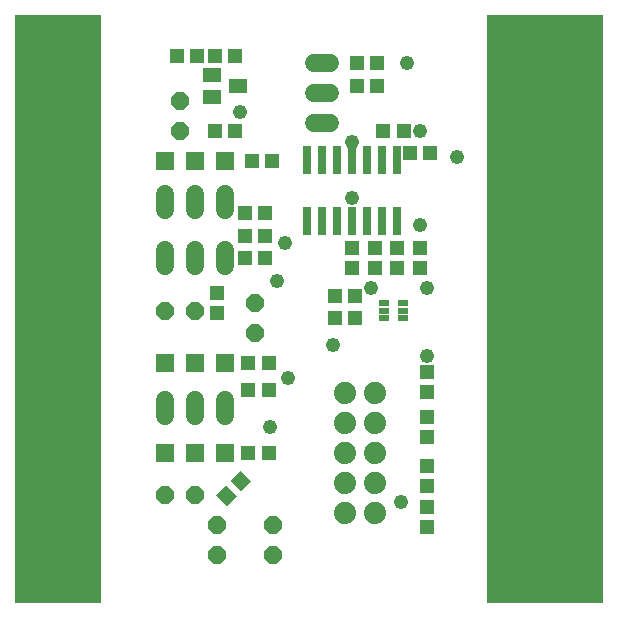
<source format=gts>
G75*
%MOIN*%
%OFA0B0*%
%FSLAX25Y25*%
%IPPOS*%
%LPD*%
%AMOC8*
5,1,8,0,0,1.08239X$1,22.5*
%
%ADD10R,0.28750X1.96250*%
%ADD11R,0.38750X1.96250*%
%ADD12R,0.03162X0.09461*%
%ADD13R,0.05131X0.04737*%
%ADD14OC8,0.06000*%
%ADD15R,0.04737X0.05131*%
%ADD16R,0.05950X0.05950*%
%ADD17C,0.06000*%
%ADD18C,0.07400*%
%ADD19R,0.03556X0.01981*%
%ADD20R,0.06312X0.04737*%
%ADD21C,0.04800*%
%ADD22C,0.05600*%
D10*
X0016175Y0099925D03*
D11*
X0178675Y0099925D03*
D12*
X0129300Y0129064D03*
X0124300Y0129064D03*
X0119300Y0129064D03*
X0114300Y0129064D03*
X0109300Y0129064D03*
X0104300Y0129064D03*
X0099300Y0129064D03*
X0099300Y0149536D03*
X0104300Y0149536D03*
X0109300Y0149536D03*
X0114300Y0149536D03*
X0119300Y0149536D03*
X0124300Y0149536D03*
X0129300Y0149536D03*
D13*
X0129300Y0120146D03*
X0129300Y0113454D03*
X0121800Y0113454D03*
X0121800Y0120146D03*
X0114300Y0120146D03*
X0114300Y0113454D03*
X0136800Y0113454D03*
X0136800Y0120146D03*
X0139300Y0078896D03*
X0139300Y0072204D03*
X0139300Y0033896D03*
X0139300Y0027204D03*
X0069300Y0098454D03*
X0069300Y0105146D03*
D14*
X0061800Y0099300D03*
X0051800Y0099300D03*
X0081800Y0101800D03*
X0081800Y0091800D03*
X0061800Y0038050D03*
X0051800Y0038050D03*
X0069300Y0028050D03*
X0069300Y0018050D03*
X0088050Y0018050D03*
X0088050Y0028050D03*
X0056800Y0159300D03*
X0056800Y0169300D03*
D15*
X0068454Y0159300D03*
X0075146Y0159300D03*
X0080954Y0149300D03*
X0087646Y0149300D03*
X0085146Y0131800D03*
X0078454Y0131800D03*
X0078454Y0124300D03*
X0085146Y0124300D03*
X0085146Y0116800D03*
X0078454Y0116800D03*
X0108454Y0104300D03*
X0115146Y0104300D03*
X0115146Y0096800D03*
X0108454Y0096800D03*
X0086396Y0081800D03*
X0079704Y0081800D03*
X0079704Y0073050D03*
X0086396Y0073050D03*
X0086396Y0051800D03*
X0079704Y0051800D03*
G36*
X0080520Y0042411D02*
X0077171Y0039062D01*
X0073544Y0042689D01*
X0076893Y0046038D01*
X0080520Y0042411D01*
G37*
G36*
X0075788Y0037679D02*
X0072439Y0034330D01*
X0068812Y0037957D01*
X0072161Y0041306D01*
X0075788Y0037679D01*
G37*
X0139300Y0040954D03*
X0139300Y0047646D03*
X0139300Y0057204D03*
X0139300Y0063896D03*
X0140146Y0151800D03*
X0133454Y0151800D03*
X0131396Y0159300D03*
X0124704Y0159300D03*
X0122646Y0174300D03*
X0115954Y0174300D03*
X0115954Y0181800D03*
X0122646Y0181800D03*
X0075146Y0184300D03*
X0068454Y0184300D03*
X0062646Y0184300D03*
X0055954Y0184300D03*
D16*
X0051800Y0149300D03*
X0061800Y0149300D03*
X0071800Y0149300D03*
X0071800Y0081800D03*
X0061800Y0081800D03*
X0051800Y0081800D03*
X0051800Y0051800D03*
X0061800Y0051800D03*
X0071800Y0051800D03*
D17*
X0071800Y0064200D02*
X0071800Y0069400D01*
X0061800Y0069400D02*
X0061800Y0064200D01*
X0051800Y0064200D02*
X0051800Y0069400D01*
X0051800Y0114200D02*
X0051800Y0119400D01*
X0061800Y0119400D02*
X0061800Y0114200D01*
X0071800Y0114200D02*
X0071800Y0119400D01*
X0071800Y0132950D02*
X0071800Y0138150D01*
X0061800Y0138150D02*
X0061800Y0132950D01*
X0051800Y0132950D02*
X0051800Y0138150D01*
X0101700Y0161800D02*
X0106900Y0161800D01*
X0106900Y0171800D02*
X0101700Y0171800D01*
X0101700Y0181800D02*
X0106900Y0181800D01*
D18*
X0111800Y0071800D03*
X0111800Y0061800D03*
X0111800Y0051800D03*
X0111800Y0041800D03*
X0111800Y0031800D03*
X0121800Y0031800D03*
X0121800Y0041800D03*
X0121800Y0051800D03*
X0121800Y0061800D03*
X0121800Y0071800D03*
D19*
X0124900Y0096741D03*
X0124900Y0099300D03*
X0124900Y0101859D03*
X0131200Y0101859D03*
X0131200Y0099300D03*
X0131200Y0096741D03*
D20*
X0067469Y0170560D03*
X0067469Y0178040D03*
X0076131Y0174300D03*
D21*
X0076800Y0165550D03*
X0114300Y0155550D03*
X0114300Y0136800D03*
X0136800Y0128050D03*
X0139300Y0106800D03*
X0120550Y0106800D03*
X0108050Y0088050D03*
X0093050Y0076800D03*
X0086800Y0060550D03*
X0130550Y0035550D03*
X0139300Y0084300D03*
X0091800Y0121800D03*
X0089300Y0109300D03*
X0136800Y0159300D03*
X0149300Y0150550D03*
X0132646Y0181800D03*
D22*
X0006800Y0011800D03*
X0016800Y0021800D03*
X0006800Y0031800D03*
X0016800Y0041800D03*
X0006800Y0051800D03*
X0016800Y0061800D03*
X0006800Y0071800D03*
X0016800Y0081800D03*
X0006800Y0091800D03*
X0016800Y0101800D03*
X0006800Y0111800D03*
X0016800Y0121800D03*
X0006800Y0131800D03*
X0016800Y0141800D03*
X0006800Y0151800D03*
X0016800Y0161800D03*
X0006800Y0171800D03*
X0016800Y0181800D03*
X0006800Y0191800D03*
X0026800Y0191800D03*
X0026800Y0171800D03*
X0026800Y0151800D03*
X0026800Y0131800D03*
X0026800Y0111800D03*
X0026800Y0091800D03*
X0026800Y0071800D03*
X0026800Y0051800D03*
X0026800Y0031800D03*
X0026800Y0011800D03*
X0161800Y0011800D03*
X0171800Y0021800D03*
X0161800Y0031800D03*
X0171800Y0041800D03*
X0161800Y0051800D03*
X0171800Y0061800D03*
X0161800Y0071800D03*
X0171800Y0081800D03*
X0161800Y0091800D03*
X0171800Y0101800D03*
X0161800Y0111800D03*
X0171800Y0121800D03*
X0161800Y0131800D03*
X0171800Y0141800D03*
X0161800Y0151800D03*
X0171800Y0161800D03*
X0161800Y0171800D03*
X0171800Y0181800D03*
X0161800Y0191800D03*
X0181800Y0191800D03*
X0191800Y0181800D03*
X0181800Y0171800D03*
X0191800Y0161800D03*
X0181800Y0151800D03*
X0191800Y0141800D03*
X0181800Y0131800D03*
X0191800Y0121800D03*
X0181800Y0111800D03*
X0191800Y0101800D03*
X0181800Y0091800D03*
X0191800Y0081800D03*
X0181800Y0071800D03*
X0191800Y0061800D03*
X0181800Y0051800D03*
X0191800Y0041800D03*
X0181800Y0031800D03*
X0191800Y0021800D03*
X0181800Y0011800D03*
M02*

</source>
